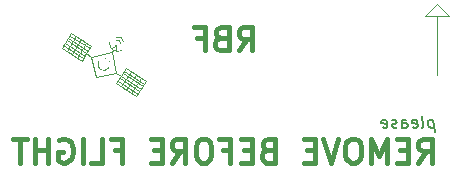
<source format=gbo>
G04 #@! TF.GenerationSoftware,KiCad,Pcbnew,(5.1.9)-1*
G04 #@! TF.CreationDate,2021-12-21T22:01:16-05:00*
G04 #@! TF.ProjectId,backplane-rbf,6261636b-706c-4616-9e65-2d7262662e6b,rev?*
G04 #@! TF.SameCoordinates,Original*
G04 #@! TF.FileFunction,Legend,Bot*
G04 #@! TF.FilePolarity,Positive*
%FSLAX46Y46*%
G04 Gerber Fmt 4.6, Leading zero omitted, Abs format (unit mm)*
G04 Created by KiCad (PCBNEW (5.1.9)-1) date 2021-12-21 22:01:16*
%MOMM*%
%LPD*%
G01*
G04 APERTURE LIST*
%ADD10C,0.120000*%
%ADD11C,0.150000*%
%ADD12C,0.400000*%
G04 APERTURE END LIST*
D10*
X159000000Y-90000000D02*
X157000000Y-90000000D01*
X158000000Y-89000000D02*
X159000000Y-90000000D01*
X158000000Y-89000000D02*
X157000000Y-90000000D01*
X158000000Y-90000000D02*
X158000000Y-95000000D01*
X131446718Y-92212135D02*
G75*
G03*
X130858007Y-91841236I-376872J54475D01*
G01*
X131208501Y-92316210D02*
G75*
G03*
X130874880Y-92090666I-206735J53716D01*
G01*
X130913374Y-92514095D02*
G75*
G03*
X130913374Y-92514095I-75000J0D01*
G01*
X130410851Y-92713404D02*
X130838374Y-92514095D01*
X130830186Y-92985723D02*
X130838374Y-92514095D01*
X130280707Y-92271178D02*
G75*
G03*
X131287113Y-92924746I693827J-33249D01*
G01*
X130484359Y-93059231D02*
X130593287Y-92891497D01*
X129931469Y-93585187D02*
G75*
G03*
X129931469Y-93585187I-50990J0D01*
G01*
X130300484Y-93824828D02*
G75*
G03*
X130300484Y-93824828I-50990J0D01*
G01*
X129384225Y-93835249D02*
G75*
G03*
X130222895Y-94379889I419335J-272320D01*
G01*
X126930865Y-91645837D02*
X128608206Y-92735116D01*
X128063567Y-93573786D02*
X128199727Y-93364118D01*
X126522386Y-92274840D02*
X126658545Y-92065173D01*
X128199727Y-93364118D02*
X126522386Y-92274840D01*
X126794705Y-91855505D02*
X126930865Y-91645837D01*
X128472046Y-92944783D02*
X126794705Y-91855505D01*
X126658545Y-92065173D02*
X128335886Y-93154451D01*
X128325030Y-92253128D02*
X127905695Y-91980809D01*
X126669401Y-92966495D02*
X127486360Y-91708489D01*
X127088737Y-93238815D02*
X126669401Y-92966495D01*
X127508072Y-93511134D02*
X128325030Y-92253128D01*
X127905695Y-91980809D02*
X127088737Y-93238815D01*
X127927407Y-93783454D02*
X126250066Y-92694176D01*
X128335886Y-93154451D02*
X127927407Y-93783454D01*
X128744366Y-92525448D02*
X128335886Y-93154451D01*
X127067025Y-91436170D02*
X128744366Y-92525448D01*
X126250066Y-92694176D02*
X127067025Y-91436170D01*
X126386226Y-92484508D02*
X128063567Y-93573786D01*
X132937719Y-95248643D02*
X132120760Y-96506649D01*
X132518383Y-94976324D02*
X132937719Y-95248643D01*
X131701425Y-96234329D02*
X132518383Y-94976324D01*
X131282089Y-95962010D02*
X131701425Y-96234329D01*
X132099048Y-94704004D02*
X131282089Y-95962010D01*
X132676255Y-96569301D02*
X130998914Y-95480023D01*
X132812415Y-96359633D02*
X132676255Y-96569301D01*
X131135074Y-95270355D02*
X132812415Y-96359633D01*
X132948575Y-96149965D02*
X131271233Y-95060687D01*
X133084734Y-95940298D02*
X132948575Y-96149965D01*
X131407393Y-94851020D02*
X133084734Y-95940298D01*
X131543553Y-94641352D02*
X131407393Y-94851020D01*
X133220894Y-95730630D02*
X131543553Y-94641352D01*
X130862754Y-95689690D02*
X131271233Y-95060687D01*
X132540095Y-96778968D02*
X130862754Y-95689690D01*
X133357054Y-95520963D02*
X132540095Y-96778968D01*
X131679713Y-94431684D02*
X133357054Y-95520963D01*
X131271233Y-95060687D02*
X131679713Y-94431684D01*
X128755222Y-93426770D02*
X128335886Y-93154451D01*
X130851898Y-94788368D02*
X131271233Y-95060687D01*
X128755222Y-93426770D02*
X129122761Y-95155907D01*
X128755222Y-93426770D02*
X130484359Y-93059231D01*
X130484359Y-93059231D02*
X130851898Y-94788368D01*
X129122761Y-95155907D02*
X130851898Y-94788368D01*
D11*
X157707127Y-98785714D02*
X157832127Y-99785714D01*
X157713080Y-98833333D02*
X157611889Y-98785714D01*
X157421413Y-98785714D01*
X157332127Y-98833333D01*
X157290461Y-98880952D01*
X157254747Y-98976190D01*
X157290461Y-99261904D01*
X157349985Y-99357142D01*
X157403556Y-99404761D01*
X157504747Y-99452380D01*
X157695223Y-99452380D01*
X157784508Y-99404761D01*
X156742842Y-99452380D02*
X156832127Y-99404761D01*
X156867842Y-99309523D01*
X156760699Y-98452380D01*
X155974985Y-99404761D02*
X156076175Y-99452380D01*
X156266651Y-99452380D01*
X156355937Y-99404761D01*
X156391651Y-99309523D01*
X156344032Y-98928571D01*
X156284508Y-98833333D01*
X156183318Y-98785714D01*
X155992842Y-98785714D01*
X155903556Y-98833333D01*
X155867842Y-98928571D01*
X155879747Y-99023809D01*
X156367842Y-99119047D01*
X155076175Y-99452380D02*
X155010699Y-98928571D01*
X155046413Y-98833333D01*
X155135699Y-98785714D01*
X155326175Y-98785714D01*
X155427366Y-98833333D01*
X155070223Y-99404761D02*
X155171413Y-99452380D01*
X155409508Y-99452380D01*
X155498794Y-99404761D01*
X155534508Y-99309523D01*
X155522604Y-99214285D01*
X155463080Y-99119047D01*
X155361889Y-99071428D01*
X155123794Y-99071428D01*
X155022604Y-99023809D01*
X154641651Y-99404761D02*
X154552366Y-99452380D01*
X154361889Y-99452380D01*
X154260699Y-99404761D01*
X154201175Y-99309523D01*
X154195223Y-99261904D01*
X154230937Y-99166666D01*
X154320223Y-99119047D01*
X154463080Y-99119047D01*
X154552366Y-99071428D01*
X154588080Y-98976190D01*
X154582127Y-98928571D01*
X154522604Y-98833333D01*
X154421413Y-98785714D01*
X154278556Y-98785714D01*
X154189270Y-98833333D01*
X153403556Y-99404761D02*
X153504747Y-99452380D01*
X153695223Y-99452380D01*
X153784508Y-99404761D01*
X153820223Y-99309523D01*
X153772604Y-98928571D01*
X153713080Y-98833333D01*
X153611889Y-98785714D01*
X153421413Y-98785714D01*
X153332127Y-98833333D01*
X153296413Y-98928571D01*
X153308318Y-99023809D01*
X153796413Y-99119047D01*
D12*
X156428571Y-102404761D02*
X157095238Y-101452380D01*
X157571428Y-102404761D02*
X157571428Y-100404761D01*
X156809523Y-100404761D01*
X156619047Y-100500000D01*
X156523809Y-100595238D01*
X156428571Y-100785714D01*
X156428571Y-101071428D01*
X156523809Y-101261904D01*
X156619047Y-101357142D01*
X156809523Y-101452380D01*
X157571428Y-101452380D01*
X155571428Y-101357142D02*
X154904761Y-101357142D01*
X154619047Y-102404761D02*
X155571428Y-102404761D01*
X155571428Y-100404761D01*
X154619047Y-100404761D01*
X153761904Y-102404761D02*
X153761904Y-100404761D01*
X153095238Y-101833333D01*
X152428571Y-100404761D01*
X152428571Y-102404761D01*
X151095238Y-100404761D02*
X150714285Y-100404761D01*
X150523809Y-100500000D01*
X150333333Y-100690476D01*
X150238095Y-101071428D01*
X150238095Y-101738095D01*
X150333333Y-102119047D01*
X150523809Y-102309523D01*
X150714285Y-102404761D01*
X151095238Y-102404761D01*
X151285714Y-102309523D01*
X151476190Y-102119047D01*
X151571428Y-101738095D01*
X151571428Y-101071428D01*
X151476190Y-100690476D01*
X151285714Y-100500000D01*
X151095238Y-100404761D01*
X149666666Y-100404761D02*
X149000000Y-102404761D01*
X148333333Y-100404761D01*
X147666666Y-101357142D02*
X147000000Y-101357142D01*
X146714285Y-102404761D02*
X147666666Y-102404761D01*
X147666666Y-100404761D01*
X146714285Y-100404761D01*
X143666666Y-101357142D02*
X143380952Y-101452380D01*
X143285714Y-101547619D01*
X143190476Y-101738095D01*
X143190476Y-102023809D01*
X143285714Y-102214285D01*
X143380952Y-102309523D01*
X143571428Y-102404761D01*
X144333333Y-102404761D01*
X144333333Y-100404761D01*
X143666666Y-100404761D01*
X143476190Y-100500000D01*
X143380952Y-100595238D01*
X143285714Y-100785714D01*
X143285714Y-100976190D01*
X143380952Y-101166666D01*
X143476190Y-101261904D01*
X143666666Y-101357142D01*
X144333333Y-101357142D01*
X142333333Y-101357142D02*
X141666666Y-101357142D01*
X141380952Y-102404761D02*
X142333333Y-102404761D01*
X142333333Y-100404761D01*
X141380952Y-100404761D01*
X139857142Y-101357142D02*
X140523809Y-101357142D01*
X140523809Y-102404761D02*
X140523809Y-100404761D01*
X139571428Y-100404761D01*
X138428571Y-100404761D02*
X138047619Y-100404761D01*
X137857142Y-100500000D01*
X137666666Y-100690476D01*
X137571428Y-101071428D01*
X137571428Y-101738095D01*
X137666666Y-102119047D01*
X137857142Y-102309523D01*
X138047619Y-102404761D01*
X138428571Y-102404761D01*
X138619047Y-102309523D01*
X138809523Y-102119047D01*
X138904761Y-101738095D01*
X138904761Y-101071428D01*
X138809523Y-100690476D01*
X138619047Y-100500000D01*
X138428571Y-100404761D01*
X135571428Y-102404761D02*
X136238095Y-101452380D01*
X136714285Y-102404761D02*
X136714285Y-100404761D01*
X135952380Y-100404761D01*
X135761904Y-100500000D01*
X135666666Y-100595238D01*
X135571428Y-100785714D01*
X135571428Y-101071428D01*
X135666666Y-101261904D01*
X135761904Y-101357142D01*
X135952380Y-101452380D01*
X136714285Y-101452380D01*
X134714285Y-101357142D02*
X134047619Y-101357142D01*
X133761904Y-102404761D02*
X134714285Y-102404761D01*
X134714285Y-100404761D01*
X133761904Y-100404761D01*
X130714285Y-101357142D02*
X131380952Y-101357142D01*
X131380952Y-102404761D02*
X131380952Y-100404761D01*
X130428571Y-100404761D01*
X128714285Y-102404761D02*
X129666666Y-102404761D01*
X129666666Y-100404761D01*
X128047619Y-102404761D02*
X128047619Y-100404761D01*
X126047619Y-100500000D02*
X126238095Y-100404761D01*
X126523809Y-100404761D01*
X126809523Y-100500000D01*
X127000000Y-100690476D01*
X127095238Y-100880952D01*
X127190476Y-101261904D01*
X127190476Y-101547619D01*
X127095238Y-101928571D01*
X127000000Y-102119047D01*
X126809523Y-102309523D01*
X126523809Y-102404761D01*
X126333333Y-102404761D01*
X126047619Y-102309523D01*
X125952380Y-102214285D01*
X125952380Y-101547619D01*
X126333333Y-101547619D01*
X125095238Y-102404761D02*
X125095238Y-100404761D01*
X125095238Y-101357142D02*
X123952380Y-101357142D01*
X123952380Y-102404761D02*
X123952380Y-100404761D01*
X123285714Y-100404761D02*
X122142857Y-100404761D01*
X122714285Y-102404761D02*
X122714285Y-100404761D01*
X141238095Y-92904761D02*
X141904761Y-91952380D01*
X142380952Y-92904761D02*
X142380952Y-90904761D01*
X141619047Y-90904761D01*
X141428571Y-91000000D01*
X141333333Y-91095238D01*
X141238095Y-91285714D01*
X141238095Y-91571428D01*
X141333333Y-91761904D01*
X141428571Y-91857142D01*
X141619047Y-91952380D01*
X142380952Y-91952380D01*
X139714285Y-91857142D02*
X139428571Y-91952380D01*
X139333333Y-92047619D01*
X139238095Y-92238095D01*
X139238095Y-92523809D01*
X139333333Y-92714285D01*
X139428571Y-92809523D01*
X139619047Y-92904761D01*
X140380952Y-92904761D01*
X140380952Y-90904761D01*
X139714285Y-90904761D01*
X139523809Y-91000000D01*
X139428571Y-91095238D01*
X139333333Y-91285714D01*
X139333333Y-91476190D01*
X139428571Y-91666666D01*
X139523809Y-91761904D01*
X139714285Y-91857142D01*
X140380952Y-91857142D01*
X137714285Y-91857142D02*
X138380952Y-91857142D01*
X138380952Y-92904761D02*
X138380952Y-90904761D01*
X137428571Y-90904761D01*
M02*

</source>
